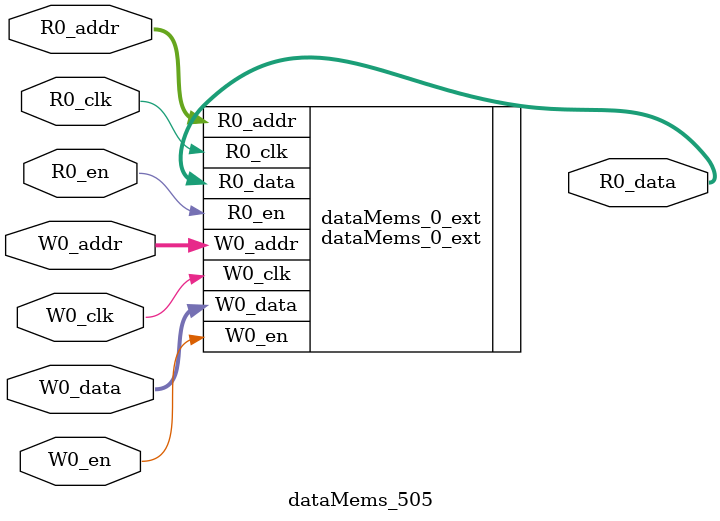
<source format=sv>
`ifndef RANDOMIZE
  `ifdef RANDOMIZE_REG_INIT
    `define RANDOMIZE
  `endif // RANDOMIZE_REG_INIT
`endif // not def RANDOMIZE
`ifndef RANDOMIZE
  `ifdef RANDOMIZE_MEM_INIT
    `define RANDOMIZE
  `endif // RANDOMIZE_MEM_INIT
`endif // not def RANDOMIZE

`ifndef RANDOM
  `define RANDOM $random
`endif // not def RANDOM

// Users can define 'PRINTF_COND' to add an extra gate to prints.
`ifndef PRINTF_COND_
  `ifdef PRINTF_COND
    `define PRINTF_COND_ (`PRINTF_COND)
  `else  // PRINTF_COND
    `define PRINTF_COND_ 1
  `endif // PRINTF_COND
`endif // not def PRINTF_COND_

// Users can define 'ASSERT_VERBOSE_COND' to add an extra gate to assert error printing.
`ifndef ASSERT_VERBOSE_COND_
  `ifdef ASSERT_VERBOSE_COND
    `define ASSERT_VERBOSE_COND_ (`ASSERT_VERBOSE_COND)
  `else  // ASSERT_VERBOSE_COND
    `define ASSERT_VERBOSE_COND_ 1
  `endif // ASSERT_VERBOSE_COND
`endif // not def ASSERT_VERBOSE_COND_

// Users can define 'STOP_COND' to add an extra gate to stop conditions.
`ifndef STOP_COND_
  `ifdef STOP_COND
    `define STOP_COND_ (`STOP_COND)
  `else  // STOP_COND
    `define STOP_COND_ 1
  `endif // STOP_COND
`endif // not def STOP_COND_

// Users can define INIT_RANDOM as general code that gets injected into the
// initializer block for modules with registers.
`ifndef INIT_RANDOM
  `define INIT_RANDOM
`endif // not def INIT_RANDOM

// If using random initialization, you can also define RANDOMIZE_DELAY to
// customize the delay used, otherwise 0.002 is used.
`ifndef RANDOMIZE_DELAY
  `define RANDOMIZE_DELAY 0.002
`endif // not def RANDOMIZE_DELAY

// Define INIT_RANDOM_PROLOG_ for use in our modules below.
`ifndef INIT_RANDOM_PROLOG_
  `ifdef RANDOMIZE
    `ifdef VERILATOR
      `define INIT_RANDOM_PROLOG_ `INIT_RANDOM
    `else  // VERILATOR
      `define INIT_RANDOM_PROLOG_ `INIT_RANDOM #`RANDOMIZE_DELAY begin end
    `endif // VERILATOR
  `else  // RANDOMIZE
    `define INIT_RANDOM_PROLOG_
  `endif // RANDOMIZE
`endif // not def INIT_RANDOM_PROLOG_

// Include register initializers in init blocks unless synthesis is set
`ifndef SYNTHESIS
  `ifndef ENABLE_INITIAL_REG_
    `define ENABLE_INITIAL_REG_
  `endif // not def ENABLE_INITIAL_REG_
`endif // not def SYNTHESIS

// Include rmemory initializers in init blocks unless synthesis is set
`ifndef SYNTHESIS
  `ifndef ENABLE_INITIAL_MEM_
    `define ENABLE_INITIAL_MEM_
  `endif // not def ENABLE_INITIAL_MEM_
`endif // not def SYNTHESIS

module dataMems_505(	// @[generators/ara/src/main/scala/UnsafeAXI4ToTL.scala:365:62]
  input  [4:0]  R0_addr,
  input         R0_en,
  input         R0_clk,
  output [66:0] R0_data,
  input  [4:0]  W0_addr,
  input         W0_en,
  input         W0_clk,
  input  [66:0] W0_data
);

  dataMems_0_ext dataMems_0_ext (	// @[generators/ara/src/main/scala/UnsafeAXI4ToTL.scala:365:62]
    .R0_addr (R0_addr),
    .R0_en   (R0_en),
    .R0_clk  (R0_clk),
    .R0_data (R0_data),
    .W0_addr (W0_addr),
    .W0_en   (W0_en),
    .W0_clk  (W0_clk),
    .W0_data (W0_data)
  );
endmodule


</source>
